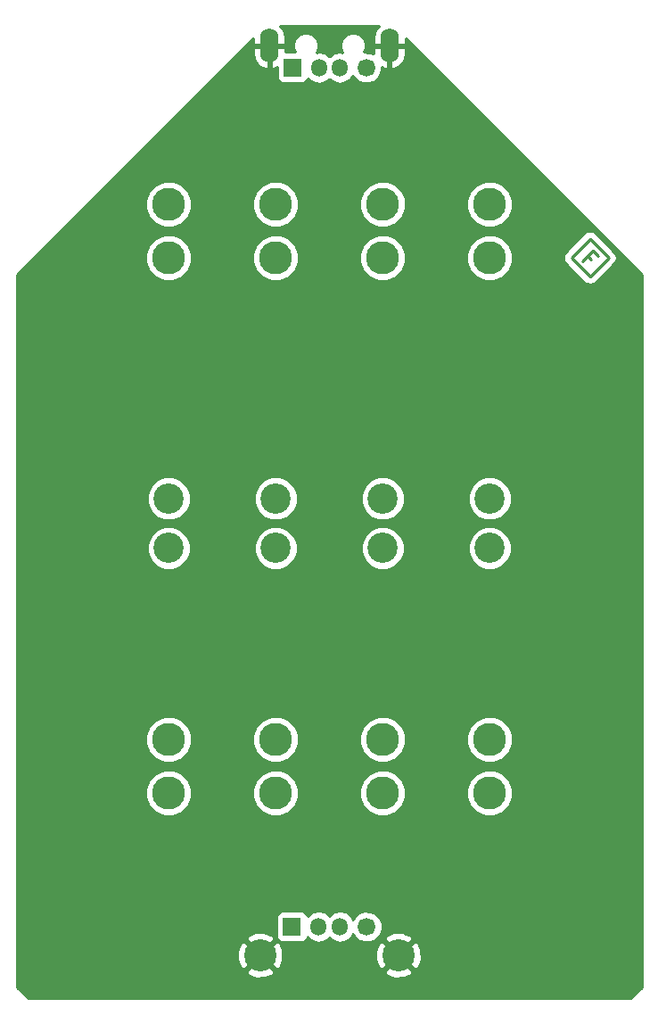
<source format=gtl>
%FSLAX34Y34*%
G04 Gerber Fmt 3.4, Leading zero omitted, Abs format*
G04 (created by PCBNEW (2014-04-11 BZR 4798)-product) date 21/04/2014 04:41:56*
%MOIN*%
G01*
G70*
G90*
G04 APERTURE LIST*
%ADD10C,0.005906*%
%ADD11C,0.010000*%
%ADD12R,0.066200X0.066200*%
%ADD13O,0.059100X0.066200*%
%ADD14C,0.066200*%
%ADD15O,0.069400X0.128400*%
%ADD16C,0.113000*%
%ADD17C,0.123000*%
%ADD18C,0.120600*%
G04 APERTURE END LIST*
G54D10*
G54D11*
X21805Y27934D02*
X21664Y28075D01*
X21441Y27853D02*
X21866Y28277D01*
X22068Y28075D01*
X21750Y28707D02*
X22457Y28000D01*
X22457Y28000D02*
X21750Y27292D01*
X21750Y27292D02*
X21042Y28000D01*
X21042Y28000D02*
X21750Y28707D01*
G54D12*
X10622Y35100D03*
G54D13*
X11606Y35100D03*
X12394Y35100D03*
G54D14*
X13378Y35100D03*
G54D15*
X9756Y35927D03*
X14244Y35927D03*
G54D16*
X6000Y19000D03*
X6000Y17150D03*
X18000Y19000D03*
X18000Y17150D03*
X14000Y19000D03*
X14000Y17150D03*
X10000Y19000D03*
X10000Y17150D03*
G54D17*
X14000Y8000D03*
X14000Y10000D03*
X6000Y28000D03*
X6000Y30000D03*
X18000Y8000D03*
X18000Y10000D03*
X10000Y8000D03*
X10000Y10000D03*
X18000Y28000D03*
X18000Y30000D03*
X14000Y28000D03*
X14000Y30000D03*
X10000Y28000D03*
X10000Y30000D03*
X6000Y8000D03*
X6000Y10000D03*
G54D14*
X13400Y3000D03*
G54D13*
X12400Y3000D03*
X11600Y3000D03*
G54D12*
X10600Y3000D03*
G54D18*
X14587Y1933D03*
X9413Y1933D03*
G54D10*
G36*
X23675Y745D02*
X23254Y325D01*
X22757Y325D01*
X22757Y28000D01*
X22734Y28114D01*
X22734Y28114D01*
X22669Y28212D01*
X22669Y28212D01*
X22669Y28212D01*
X21962Y28919D01*
X21962Y28919D01*
X21864Y28984D01*
X21750Y29007D01*
X21635Y28984D01*
X21537Y28919D01*
X20830Y28212D01*
X20765Y28114D01*
X20742Y28000D01*
X20765Y27885D01*
X20830Y27787D01*
X21537Y27080D01*
X21635Y27015D01*
X21750Y26992D01*
X21750Y26992D01*
X21864Y27015D01*
X21864Y27015D01*
X21962Y27080D01*
X21962Y27080D01*
X22669Y27787D01*
X22669Y27787D01*
X22669Y27787D01*
X22734Y27885D01*
X22734Y27885D01*
X22757Y28000D01*
X22757Y325D01*
X18865Y325D01*
X18865Y8171D01*
X18865Y10171D01*
X18865Y28171D01*
X18865Y30171D01*
X18733Y30489D01*
X18490Y30732D01*
X18172Y30864D01*
X17828Y30865D01*
X17510Y30733D01*
X17267Y30490D01*
X17135Y30172D01*
X17134Y29828D01*
X17266Y29510D01*
X17509Y29267D01*
X17827Y29135D01*
X18171Y29134D01*
X18489Y29266D01*
X18732Y29509D01*
X18864Y29827D01*
X18865Y30171D01*
X18865Y28171D01*
X18733Y28489D01*
X18490Y28732D01*
X18172Y28864D01*
X17828Y28865D01*
X17510Y28733D01*
X17267Y28490D01*
X17135Y28172D01*
X17134Y27828D01*
X17266Y27510D01*
X17509Y27267D01*
X17827Y27135D01*
X18171Y27134D01*
X18489Y27266D01*
X18732Y27509D01*
X18864Y27827D01*
X18865Y28171D01*
X18865Y10171D01*
X18815Y10292D01*
X18815Y17311D01*
X18815Y19161D01*
X18691Y19461D01*
X18462Y19690D01*
X18162Y19814D01*
X17838Y19815D01*
X17538Y19691D01*
X17309Y19462D01*
X17185Y19162D01*
X17184Y18838D01*
X17308Y18538D01*
X17537Y18309D01*
X17837Y18185D01*
X18161Y18184D01*
X18461Y18308D01*
X18690Y18537D01*
X18814Y18837D01*
X18815Y19161D01*
X18815Y17311D01*
X18691Y17611D01*
X18462Y17840D01*
X18162Y17964D01*
X17838Y17965D01*
X17538Y17841D01*
X17309Y17612D01*
X17185Y17312D01*
X17184Y16988D01*
X17308Y16688D01*
X17537Y16459D01*
X17837Y16335D01*
X18161Y16334D01*
X18461Y16458D01*
X18690Y16687D01*
X18814Y16987D01*
X18815Y17311D01*
X18815Y10292D01*
X18733Y10489D01*
X18490Y10732D01*
X18172Y10864D01*
X17828Y10865D01*
X17510Y10733D01*
X17267Y10490D01*
X17135Y10172D01*
X17134Y9828D01*
X17266Y9510D01*
X17509Y9267D01*
X17827Y9135D01*
X18171Y9134D01*
X18489Y9266D01*
X18732Y9509D01*
X18864Y9827D01*
X18865Y10171D01*
X18865Y8171D01*
X18733Y8489D01*
X18490Y8732D01*
X18172Y8864D01*
X17828Y8865D01*
X17510Y8733D01*
X17267Y8490D01*
X17135Y8172D01*
X17134Y7828D01*
X17266Y7510D01*
X17509Y7267D01*
X17827Y7135D01*
X18171Y7134D01*
X18489Y7266D01*
X18732Y7509D01*
X18864Y7827D01*
X18865Y8171D01*
X18865Y325D01*
X15442Y325D01*
X15442Y1778D01*
X15436Y2118D01*
X15318Y2402D01*
X15192Y2467D01*
X15121Y2396D01*
X15121Y2538D01*
X15056Y2664D01*
X14865Y2740D01*
X14865Y8171D01*
X14865Y10171D01*
X14865Y28171D01*
X14865Y30171D01*
X14841Y30229D01*
X14841Y35582D01*
X14841Y35877D01*
X14294Y35877D01*
X14294Y35099D01*
X14386Y35052D01*
X14426Y35061D01*
X14630Y35174D01*
X14776Y35357D01*
X14841Y35582D01*
X14841Y30229D01*
X14733Y30489D01*
X14490Y30732D01*
X14194Y30856D01*
X14194Y35099D01*
X14194Y35877D01*
X13647Y35877D01*
X13647Y35617D01*
X13494Y35680D01*
X13289Y35681D01*
X13352Y35833D01*
X13352Y36019D01*
X13281Y36190D01*
X13150Y36322D01*
X12979Y36393D01*
X12793Y36393D01*
X12622Y36322D01*
X12490Y36191D01*
X12419Y36020D01*
X12419Y35834D01*
X12485Y35674D01*
X12394Y35692D01*
X12185Y35650D01*
X12008Y35532D01*
X12000Y35520D01*
X11991Y35532D01*
X11814Y35650D01*
X11606Y35692D01*
X11514Y35674D01*
X11580Y35833D01*
X11580Y36019D01*
X11509Y36190D01*
X11378Y36322D01*
X11207Y36393D01*
X11021Y36393D01*
X10850Y36322D01*
X10718Y36191D01*
X10647Y36020D01*
X10647Y35834D01*
X10710Y35681D01*
X10353Y35681D01*
X10353Y35877D01*
X9806Y35877D01*
X9806Y35099D01*
X9898Y35052D01*
X9938Y35061D01*
X10041Y35118D01*
X10041Y34719D01*
X10079Y34627D01*
X10149Y34557D01*
X10241Y34519D01*
X10340Y34519D01*
X11002Y34519D01*
X11094Y34557D01*
X11164Y34627D01*
X11196Y34703D01*
X11220Y34667D01*
X11397Y34549D01*
X11606Y34507D01*
X11814Y34549D01*
X11991Y34667D01*
X12000Y34679D01*
X12008Y34667D01*
X12185Y34549D01*
X12394Y34507D01*
X12602Y34549D01*
X12779Y34667D01*
X12871Y34804D01*
X12885Y34771D01*
X13048Y34607D01*
X13261Y34519D01*
X13493Y34518D01*
X13706Y34607D01*
X13870Y34770D01*
X13958Y34983D01*
X13959Y35118D01*
X14061Y35061D01*
X14101Y35052D01*
X14194Y35099D01*
X14194Y30856D01*
X14172Y30864D01*
X13828Y30865D01*
X13510Y30733D01*
X13267Y30490D01*
X13135Y30172D01*
X13134Y29828D01*
X13266Y29510D01*
X13509Y29267D01*
X13827Y29135D01*
X14171Y29134D01*
X14489Y29266D01*
X14732Y29509D01*
X14864Y29827D01*
X14865Y30171D01*
X14865Y28171D01*
X14733Y28489D01*
X14490Y28732D01*
X14172Y28864D01*
X13828Y28865D01*
X13510Y28733D01*
X13267Y28490D01*
X13135Y28172D01*
X13134Y27828D01*
X13266Y27510D01*
X13509Y27267D01*
X13827Y27135D01*
X14171Y27134D01*
X14489Y27266D01*
X14732Y27509D01*
X14864Y27827D01*
X14865Y28171D01*
X14865Y10171D01*
X14815Y10292D01*
X14815Y17311D01*
X14815Y19161D01*
X14691Y19461D01*
X14462Y19690D01*
X14162Y19814D01*
X13838Y19815D01*
X13538Y19691D01*
X13309Y19462D01*
X13185Y19162D01*
X13184Y18838D01*
X13308Y18538D01*
X13537Y18309D01*
X13837Y18185D01*
X14161Y18184D01*
X14461Y18308D01*
X14690Y18537D01*
X14814Y18837D01*
X14815Y19161D01*
X14815Y17311D01*
X14691Y17611D01*
X14462Y17840D01*
X14162Y17964D01*
X13838Y17965D01*
X13538Y17841D01*
X13309Y17612D01*
X13185Y17312D01*
X13184Y16988D01*
X13308Y16688D01*
X13537Y16459D01*
X13837Y16335D01*
X14161Y16334D01*
X14461Y16458D01*
X14690Y16687D01*
X14814Y16987D01*
X14815Y17311D01*
X14815Y10292D01*
X14733Y10489D01*
X14490Y10732D01*
X14172Y10864D01*
X13828Y10865D01*
X13510Y10733D01*
X13267Y10490D01*
X13135Y10172D01*
X13134Y9828D01*
X13266Y9510D01*
X13509Y9267D01*
X13827Y9135D01*
X14171Y9134D01*
X14489Y9266D01*
X14732Y9509D01*
X14864Y9827D01*
X14865Y10171D01*
X14865Y8171D01*
X14733Y8489D01*
X14490Y8732D01*
X14172Y8864D01*
X13828Y8865D01*
X13510Y8733D01*
X13267Y8490D01*
X13135Y8172D01*
X13134Y7828D01*
X13266Y7510D01*
X13509Y7267D01*
X13827Y7135D01*
X14171Y7134D01*
X14489Y7266D01*
X14732Y7509D01*
X14864Y7827D01*
X14865Y8171D01*
X14865Y2740D01*
X14741Y2788D01*
X14401Y2782D01*
X14117Y2664D01*
X14052Y2538D01*
X14587Y2003D01*
X15121Y2538D01*
X15121Y2396D01*
X14657Y1933D01*
X15192Y1398D01*
X15318Y1463D01*
X15442Y1778D01*
X15442Y325D01*
X15121Y325D01*
X15121Y1327D01*
X14587Y1862D01*
X14516Y1791D01*
X14516Y1933D01*
X13981Y2467D01*
X13981Y2466D01*
X13981Y3115D01*
X13892Y3328D01*
X13729Y3492D01*
X13516Y3580D01*
X13284Y3581D01*
X13071Y3492D01*
X12907Y3329D01*
X12887Y3280D01*
X12785Y3432D01*
X12608Y3550D01*
X12400Y3592D01*
X12191Y3550D01*
X12014Y3432D01*
X12000Y3411D01*
X11985Y3432D01*
X11808Y3550D01*
X11600Y3592D01*
X11391Y3550D01*
X11214Y3432D01*
X11180Y3382D01*
X11142Y3472D01*
X11072Y3542D01*
X10980Y3581D01*
X10881Y3581D01*
X10865Y3581D01*
X10865Y8171D01*
X10865Y10171D01*
X10865Y28171D01*
X10865Y30171D01*
X10733Y30489D01*
X10490Y30732D01*
X10172Y30864D01*
X9828Y30865D01*
X9706Y30814D01*
X9706Y35099D01*
X9706Y35877D01*
X9159Y35877D01*
X9159Y35582D01*
X9223Y35357D01*
X9369Y35174D01*
X9573Y35061D01*
X9613Y35052D01*
X9706Y35099D01*
X9706Y30814D01*
X9510Y30733D01*
X9267Y30490D01*
X9135Y30172D01*
X9134Y29828D01*
X9266Y29510D01*
X9509Y29267D01*
X9827Y29135D01*
X10171Y29134D01*
X10489Y29266D01*
X10732Y29509D01*
X10864Y29827D01*
X10865Y30171D01*
X10865Y28171D01*
X10733Y28489D01*
X10490Y28732D01*
X10172Y28864D01*
X9828Y28865D01*
X9510Y28733D01*
X9267Y28490D01*
X9135Y28172D01*
X9134Y27828D01*
X9266Y27510D01*
X9509Y27267D01*
X9827Y27135D01*
X10171Y27134D01*
X10489Y27266D01*
X10732Y27509D01*
X10864Y27827D01*
X10865Y28171D01*
X10865Y10171D01*
X10815Y10292D01*
X10815Y17311D01*
X10815Y19161D01*
X10691Y19461D01*
X10462Y19690D01*
X10162Y19814D01*
X9838Y19815D01*
X9538Y19691D01*
X9309Y19462D01*
X9185Y19162D01*
X9184Y18838D01*
X9308Y18538D01*
X9537Y18309D01*
X9837Y18185D01*
X10161Y18184D01*
X10461Y18308D01*
X10690Y18537D01*
X10814Y18837D01*
X10815Y19161D01*
X10815Y17311D01*
X10691Y17611D01*
X10462Y17840D01*
X10162Y17964D01*
X9838Y17965D01*
X9538Y17841D01*
X9309Y17612D01*
X9185Y17312D01*
X9184Y16988D01*
X9308Y16688D01*
X9537Y16459D01*
X9837Y16335D01*
X10161Y16334D01*
X10461Y16458D01*
X10690Y16687D01*
X10814Y16987D01*
X10815Y17311D01*
X10815Y10292D01*
X10733Y10489D01*
X10490Y10732D01*
X10172Y10864D01*
X9828Y10865D01*
X9510Y10733D01*
X9267Y10490D01*
X9135Y10172D01*
X9134Y9828D01*
X9266Y9510D01*
X9509Y9267D01*
X9827Y9135D01*
X10171Y9134D01*
X10489Y9266D01*
X10732Y9509D01*
X10864Y9827D01*
X10865Y10171D01*
X10865Y8171D01*
X10733Y8489D01*
X10490Y8732D01*
X10172Y8864D01*
X9828Y8865D01*
X9510Y8733D01*
X9267Y8490D01*
X9135Y8172D01*
X9134Y7828D01*
X9266Y7510D01*
X9509Y7267D01*
X9827Y7135D01*
X10171Y7134D01*
X10489Y7266D01*
X10732Y7509D01*
X10864Y7827D01*
X10865Y8171D01*
X10865Y3581D01*
X10219Y3581D01*
X10127Y3542D01*
X10057Y3472D01*
X10019Y3380D01*
X10019Y3281D01*
X10019Y2619D01*
X10057Y2527D01*
X10127Y2457D01*
X10219Y2419D01*
X10318Y2419D01*
X10980Y2419D01*
X11072Y2457D01*
X11142Y2527D01*
X11180Y2617D01*
X11214Y2567D01*
X11391Y2449D01*
X11600Y2407D01*
X11808Y2449D01*
X11985Y2567D01*
X12000Y2588D01*
X12014Y2567D01*
X12191Y2449D01*
X12400Y2407D01*
X12608Y2449D01*
X12785Y2567D01*
X12887Y2719D01*
X12907Y2671D01*
X13070Y2507D01*
X13283Y2419D01*
X13515Y2418D01*
X13728Y2507D01*
X13892Y2670D01*
X13980Y2883D01*
X13981Y3115D01*
X13981Y2466D01*
X13855Y2402D01*
X13731Y2087D01*
X13737Y1747D01*
X13855Y1463D01*
X13981Y1398D01*
X14516Y1933D01*
X14516Y1791D01*
X14052Y1327D01*
X14117Y1201D01*
X14432Y1077D01*
X14772Y1083D01*
X15056Y1201D01*
X15121Y1327D01*
X15121Y325D01*
X10268Y325D01*
X10268Y1778D01*
X10262Y2118D01*
X10144Y2402D01*
X10018Y2467D01*
X9947Y2396D01*
X9947Y2538D01*
X9882Y2664D01*
X9567Y2788D01*
X9227Y2782D01*
X8943Y2664D01*
X8878Y2538D01*
X9413Y2003D01*
X9947Y2538D01*
X9947Y2396D01*
X9483Y1933D01*
X10018Y1398D01*
X10144Y1463D01*
X10268Y1778D01*
X10268Y325D01*
X9947Y325D01*
X9947Y1327D01*
X9413Y1862D01*
X9342Y1791D01*
X9342Y1933D01*
X8807Y2467D01*
X8681Y2402D01*
X8557Y2087D01*
X8563Y1747D01*
X8681Y1463D01*
X8807Y1398D01*
X9342Y1933D01*
X9342Y1791D01*
X8878Y1327D01*
X8943Y1201D01*
X9258Y1077D01*
X9598Y1083D01*
X9882Y1201D01*
X9947Y1327D01*
X9947Y325D01*
X6865Y325D01*
X6865Y8171D01*
X6865Y10171D01*
X6865Y28171D01*
X6865Y30171D01*
X6733Y30489D01*
X6490Y30732D01*
X6172Y30864D01*
X5828Y30865D01*
X5510Y30733D01*
X5267Y30490D01*
X5135Y30172D01*
X5134Y29828D01*
X5266Y29510D01*
X5509Y29267D01*
X5827Y29135D01*
X6171Y29134D01*
X6489Y29266D01*
X6732Y29509D01*
X6864Y29827D01*
X6865Y30171D01*
X6865Y28171D01*
X6733Y28489D01*
X6490Y28732D01*
X6172Y28864D01*
X5828Y28865D01*
X5510Y28733D01*
X5267Y28490D01*
X5135Y28172D01*
X5134Y27828D01*
X5266Y27510D01*
X5509Y27267D01*
X5827Y27135D01*
X6171Y27134D01*
X6489Y27266D01*
X6732Y27509D01*
X6864Y27827D01*
X6865Y28171D01*
X6865Y10171D01*
X6815Y10292D01*
X6815Y17311D01*
X6815Y19161D01*
X6691Y19461D01*
X6462Y19690D01*
X6162Y19814D01*
X5838Y19815D01*
X5538Y19691D01*
X5309Y19462D01*
X5185Y19162D01*
X5184Y18838D01*
X5308Y18538D01*
X5537Y18309D01*
X5837Y18185D01*
X6161Y18184D01*
X6461Y18308D01*
X6690Y18537D01*
X6814Y18837D01*
X6815Y19161D01*
X6815Y17311D01*
X6691Y17611D01*
X6462Y17840D01*
X6162Y17964D01*
X5838Y17965D01*
X5538Y17841D01*
X5309Y17612D01*
X5185Y17312D01*
X5184Y16988D01*
X5308Y16688D01*
X5537Y16459D01*
X5837Y16335D01*
X6161Y16334D01*
X6461Y16458D01*
X6690Y16687D01*
X6814Y16987D01*
X6815Y17311D01*
X6815Y10292D01*
X6733Y10489D01*
X6490Y10732D01*
X6172Y10864D01*
X5828Y10865D01*
X5510Y10733D01*
X5267Y10490D01*
X5135Y10172D01*
X5134Y9828D01*
X5266Y9510D01*
X5509Y9267D01*
X5827Y9135D01*
X6171Y9134D01*
X6489Y9266D01*
X6732Y9509D01*
X6864Y9827D01*
X6865Y10171D01*
X6865Y8171D01*
X6733Y8489D01*
X6490Y8732D01*
X6172Y8864D01*
X5828Y8865D01*
X5510Y8733D01*
X5267Y8490D01*
X5135Y8172D01*
X5134Y7828D01*
X5266Y7510D01*
X5509Y7267D01*
X5827Y7135D01*
X6171Y7134D01*
X6489Y7266D01*
X6732Y7509D01*
X6864Y7827D01*
X6865Y8171D01*
X6865Y325D01*
X745Y325D01*
X325Y745D01*
X325Y27365D01*
X9159Y36199D01*
X9159Y35977D01*
X9706Y35977D01*
X9706Y35984D01*
X9806Y35984D01*
X9806Y35977D01*
X10353Y35977D01*
X10353Y36272D01*
X10288Y36496D01*
X10146Y36675D01*
X13853Y36675D01*
X13711Y36496D01*
X13647Y36272D01*
X13647Y35977D01*
X14194Y35977D01*
X14194Y35984D01*
X14294Y35984D01*
X14294Y35977D01*
X14841Y35977D01*
X14841Y36199D01*
X23675Y27365D01*
X23675Y745D01*
X23675Y745D01*
G37*
G54D11*
X23675Y745D02*
X23254Y325D01*
X22757Y325D01*
X22757Y28000D01*
X22734Y28114D01*
X22734Y28114D01*
X22669Y28212D01*
X22669Y28212D01*
X22669Y28212D01*
X21962Y28919D01*
X21962Y28919D01*
X21864Y28984D01*
X21750Y29007D01*
X21635Y28984D01*
X21537Y28919D01*
X20830Y28212D01*
X20765Y28114D01*
X20742Y28000D01*
X20765Y27885D01*
X20830Y27787D01*
X21537Y27080D01*
X21635Y27015D01*
X21750Y26992D01*
X21750Y26992D01*
X21864Y27015D01*
X21864Y27015D01*
X21962Y27080D01*
X21962Y27080D01*
X22669Y27787D01*
X22669Y27787D01*
X22669Y27787D01*
X22734Y27885D01*
X22734Y27885D01*
X22757Y28000D01*
X22757Y325D01*
X18865Y325D01*
X18865Y8171D01*
X18865Y10171D01*
X18865Y28171D01*
X18865Y30171D01*
X18733Y30489D01*
X18490Y30732D01*
X18172Y30864D01*
X17828Y30865D01*
X17510Y30733D01*
X17267Y30490D01*
X17135Y30172D01*
X17134Y29828D01*
X17266Y29510D01*
X17509Y29267D01*
X17827Y29135D01*
X18171Y29134D01*
X18489Y29266D01*
X18732Y29509D01*
X18864Y29827D01*
X18865Y30171D01*
X18865Y28171D01*
X18733Y28489D01*
X18490Y28732D01*
X18172Y28864D01*
X17828Y28865D01*
X17510Y28733D01*
X17267Y28490D01*
X17135Y28172D01*
X17134Y27828D01*
X17266Y27510D01*
X17509Y27267D01*
X17827Y27135D01*
X18171Y27134D01*
X18489Y27266D01*
X18732Y27509D01*
X18864Y27827D01*
X18865Y28171D01*
X18865Y10171D01*
X18815Y10292D01*
X18815Y17311D01*
X18815Y19161D01*
X18691Y19461D01*
X18462Y19690D01*
X18162Y19814D01*
X17838Y19815D01*
X17538Y19691D01*
X17309Y19462D01*
X17185Y19162D01*
X17184Y18838D01*
X17308Y18538D01*
X17537Y18309D01*
X17837Y18185D01*
X18161Y18184D01*
X18461Y18308D01*
X18690Y18537D01*
X18814Y18837D01*
X18815Y19161D01*
X18815Y17311D01*
X18691Y17611D01*
X18462Y17840D01*
X18162Y17964D01*
X17838Y17965D01*
X17538Y17841D01*
X17309Y17612D01*
X17185Y17312D01*
X17184Y16988D01*
X17308Y16688D01*
X17537Y16459D01*
X17837Y16335D01*
X18161Y16334D01*
X18461Y16458D01*
X18690Y16687D01*
X18814Y16987D01*
X18815Y17311D01*
X18815Y10292D01*
X18733Y10489D01*
X18490Y10732D01*
X18172Y10864D01*
X17828Y10865D01*
X17510Y10733D01*
X17267Y10490D01*
X17135Y10172D01*
X17134Y9828D01*
X17266Y9510D01*
X17509Y9267D01*
X17827Y9135D01*
X18171Y9134D01*
X18489Y9266D01*
X18732Y9509D01*
X18864Y9827D01*
X18865Y10171D01*
X18865Y8171D01*
X18733Y8489D01*
X18490Y8732D01*
X18172Y8864D01*
X17828Y8865D01*
X17510Y8733D01*
X17267Y8490D01*
X17135Y8172D01*
X17134Y7828D01*
X17266Y7510D01*
X17509Y7267D01*
X17827Y7135D01*
X18171Y7134D01*
X18489Y7266D01*
X18732Y7509D01*
X18864Y7827D01*
X18865Y8171D01*
X18865Y325D01*
X15442Y325D01*
X15442Y1778D01*
X15436Y2118D01*
X15318Y2402D01*
X15192Y2467D01*
X15121Y2396D01*
X15121Y2538D01*
X15056Y2664D01*
X14865Y2740D01*
X14865Y8171D01*
X14865Y10171D01*
X14865Y28171D01*
X14865Y30171D01*
X14841Y30229D01*
X14841Y35582D01*
X14841Y35877D01*
X14294Y35877D01*
X14294Y35099D01*
X14386Y35052D01*
X14426Y35061D01*
X14630Y35174D01*
X14776Y35357D01*
X14841Y35582D01*
X14841Y30229D01*
X14733Y30489D01*
X14490Y30732D01*
X14194Y30856D01*
X14194Y35099D01*
X14194Y35877D01*
X13647Y35877D01*
X13647Y35617D01*
X13494Y35680D01*
X13289Y35681D01*
X13352Y35833D01*
X13352Y36019D01*
X13281Y36190D01*
X13150Y36322D01*
X12979Y36393D01*
X12793Y36393D01*
X12622Y36322D01*
X12490Y36191D01*
X12419Y36020D01*
X12419Y35834D01*
X12485Y35674D01*
X12394Y35692D01*
X12185Y35650D01*
X12008Y35532D01*
X12000Y35520D01*
X11991Y35532D01*
X11814Y35650D01*
X11606Y35692D01*
X11514Y35674D01*
X11580Y35833D01*
X11580Y36019D01*
X11509Y36190D01*
X11378Y36322D01*
X11207Y36393D01*
X11021Y36393D01*
X10850Y36322D01*
X10718Y36191D01*
X10647Y36020D01*
X10647Y35834D01*
X10710Y35681D01*
X10353Y35681D01*
X10353Y35877D01*
X9806Y35877D01*
X9806Y35099D01*
X9898Y35052D01*
X9938Y35061D01*
X10041Y35118D01*
X10041Y34719D01*
X10079Y34627D01*
X10149Y34557D01*
X10241Y34519D01*
X10340Y34519D01*
X11002Y34519D01*
X11094Y34557D01*
X11164Y34627D01*
X11196Y34703D01*
X11220Y34667D01*
X11397Y34549D01*
X11606Y34507D01*
X11814Y34549D01*
X11991Y34667D01*
X12000Y34679D01*
X12008Y34667D01*
X12185Y34549D01*
X12394Y34507D01*
X12602Y34549D01*
X12779Y34667D01*
X12871Y34804D01*
X12885Y34771D01*
X13048Y34607D01*
X13261Y34519D01*
X13493Y34518D01*
X13706Y34607D01*
X13870Y34770D01*
X13958Y34983D01*
X13959Y35118D01*
X14061Y35061D01*
X14101Y35052D01*
X14194Y35099D01*
X14194Y30856D01*
X14172Y30864D01*
X13828Y30865D01*
X13510Y30733D01*
X13267Y30490D01*
X13135Y30172D01*
X13134Y29828D01*
X13266Y29510D01*
X13509Y29267D01*
X13827Y29135D01*
X14171Y29134D01*
X14489Y29266D01*
X14732Y29509D01*
X14864Y29827D01*
X14865Y30171D01*
X14865Y28171D01*
X14733Y28489D01*
X14490Y28732D01*
X14172Y28864D01*
X13828Y28865D01*
X13510Y28733D01*
X13267Y28490D01*
X13135Y28172D01*
X13134Y27828D01*
X13266Y27510D01*
X13509Y27267D01*
X13827Y27135D01*
X14171Y27134D01*
X14489Y27266D01*
X14732Y27509D01*
X14864Y27827D01*
X14865Y28171D01*
X14865Y10171D01*
X14815Y10292D01*
X14815Y17311D01*
X14815Y19161D01*
X14691Y19461D01*
X14462Y19690D01*
X14162Y19814D01*
X13838Y19815D01*
X13538Y19691D01*
X13309Y19462D01*
X13185Y19162D01*
X13184Y18838D01*
X13308Y18538D01*
X13537Y18309D01*
X13837Y18185D01*
X14161Y18184D01*
X14461Y18308D01*
X14690Y18537D01*
X14814Y18837D01*
X14815Y19161D01*
X14815Y17311D01*
X14691Y17611D01*
X14462Y17840D01*
X14162Y17964D01*
X13838Y17965D01*
X13538Y17841D01*
X13309Y17612D01*
X13185Y17312D01*
X13184Y16988D01*
X13308Y16688D01*
X13537Y16459D01*
X13837Y16335D01*
X14161Y16334D01*
X14461Y16458D01*
X14690Y16687D01*
X14814Y16987D01*
X14815Y17311D01*
X14815Y10292D01*
X14733Y10489D01*
X14490Y10732D01*
X14172Y10864D01*
X13828Y10865D01*
X13510Y10733D01*
X13267Y10490D01*
X13135Y10172D01*
X13134Y9828D01*
X13266Y9510D01*
X13509Y9267D01*
X13827Y9135D01*
X14171Y9134D01*
X14489Y9266D01*
X14732Y9509D01*
X14864Y9827D01*
X14865Y10171D01*
X14865Y8171D01*
X14733Y8489D01*
X14490Y8732D01*
X14172Y8864D01*
X13828Y8865D01*
X13510Y8733D01*
X13267Y8490D01*
X13135Y8172D01*
X13134Y7828D01*
X13266Y7510D01*
X13509Y7267D01*
X13827Y7135D01*
X14171Y7134D01*
X14489Y7266D01*
X14732Y7509D01*
X14864Y7827D01*
X14865Y8171D01*
X14865Y2740D01*
X14741Y2788D01*
X14401Y2782D01*
X14117Y2664D01*
X14052Y2538D01*
X14587Y2003D01*
X15121Y2538D01*
X15121Y2396D01*
X14657Y1933D01*
X15192Y1398D01*
X15318Y1463D01*
X15442Y1778D01*
X15442Y325D01*
X15121Y325D01*
X15121Y1327D01*
X14587Y1862D01*
X14516Y1791D01*
X14516Y1933D01*
X13981Y2467D01*
X13981Y2466D01*
X13981Y3115D01*
X13892Y3328D01*
X13729Y3492D01*
X13516Y3580D01*
X13284Y3581D01*
X13071Y3492D01*
X12907Y3329D01*
X12887Y3280D01*
X12785Y3432D01*
X12608Y3550D01*
X12400Y3592D01*
X12191Y3550D01*
X12014Y3432D01*
X12000Y3411D01*
X11985Y3432D01*
X11808Y3550D01*
X11600Y3592D01*
X11391Y3550D01*
X11214Y3432D01*
X11180Y3382D01*
X11142Y3472D01*
X11072Y3542D01*
X10980Y3581D01*
X10881Y3581D01*
X10865Y3581D01*
X10865Y8171D01*
X10865Y10171D01*
X10865Y28171D01*
X10865Y30171D01*
X10733Y30489D01*
X10490Y30732D01*
X10172Y30864D01*
X9828Y30865D01*
X9706Y30814D01*
X9706Y35099D01*
X9706Y35877D01*
X9159Y35877D01*
X9159Y35582D01*
X9223Y35357D01*
X9369Y35174D01*
X9573Y35061D01*
X9613Y35052D01*
X9706Y35099D01*
X9706Y30814D01*
X9510Y30733D01*
X9267Y30490D01*
X9135Y30172D01*
X9134Y29828D01*
X9266Y29510D01*
X9509Y29267D01*
X9827Y29135D01*
X10171Y29134D01*
X10489Y29266D01*
X10732Y29509D01*
X10864Y29827D01*
X10865Y30171D01*
X10865Y28171D01*
X10733Y28489D01*
X10490Y28732D01*
X10172Y28864D01*
X9828Y28865D01*
X9510Y28733D01*
X9267Y28490D01*
X9135Y28172D01*
X9134Y27828D01*
X9266Y27510D01*
X9509Y27267D01*
X9827Y27135D01*
X10171Y27134D01*
X10489Y27266D01*
X10732Y27509D01*
X10864Y27827D01*
X10865Y28171D01*
X10865Y10171D01*
X10815Y10292D01*
X10815Y17311D01*
X10815Y19161D01*
X10691Y19461D01*
X10462Y19690D01*
X10162Y19814D01*
X9838Y19815D01*
X9538Y19691D01*
X9309Y19462D01*
X9185Y19162D01*
X9184Y18838D01*
X9308Y18538D01*
X9537Y18309D01*
X9837Y18185D01*
X10161Y18184D01*
X10461Y18308D01*
X10690Y18537D01*
X10814Y18837D01*
X10815Y19161D01*
X10815Y17311D01*
X10691Y17611D01*
X10462Y17840D01*
X10162Y17964D01*
X9838Y17965D01*
X9538Y17841D01*
X9309Y17612D01*
X9185Y17312D01*
X9184Y16988D01*
X9308Y16688D01*
X9537Y16459D01*
X9837Y16335D01*
X10161Y16334D01*
X10461Y16458D01*
X10690Y16687D01*
X10814Y16987D01*
X10815Y17311D01*
X10815Y10292D01*
X10733Y10489D01*
X10490Y10732D01*
X10172Y10864D01*
X9828Y10865D01*
X9510Y10733D01*
X9267Y10490D01*
X9135Y10172D01*
X9134Y9828D01*
X9266Y9510D01*
X9509Y9267D01*
X9827Y9135D01*
X10171Y9134D01*
X10489Y9266D01*
X10732Y9509D01*
X10864Y9827D01*
X10865Y10171D01*
X10865Y8171D01*
X10733Y8489D01*
X10490Y8732D01*
X10172Y8864D01*
X9828Y8865D01*
X9510Y8733D01*
X9267Y8490D01*
X9135Y8172D01*
X9134Y7828D01*
X9266Y7510D01*
X9509Y7267D01*
X9827Y7135D01*
X10171Y7134D01*
X10489Y7266D01*
X10732Y7509D01*
X10864Y7827D01*
X10865Y8171D01*
X10865Y3581D01*
X10219Y3581D01*
X10127Y3542D01*
X10057Y3472D01*
X10019Y3380D01*
X10019Y3281D01*
X10019Y2619D01*
X10057Y2527D01*
X10127Y2457D01*
X10219Y2419D01*
X10318Y2419D01*
X10980Y2419D01*
X11072Y2457D01*
X11142Y2527D01*
X11180Y2617D01*
X11214Y2567D01*
X11391Y2449D01*
X11600Y2407D01*
X11808Y2449D01*
X11985Y2567D01*
X12000Y2588D01*
X12014Y2567D01*
X12191Y2449D01*
X12400Y2407D01*
X12608Y2449D01*
X12785Y2567D01*
X12887Y2719D01*
X12907Y2671D01*
X13070Y2507D01*
X13283Y2419D01*
X13515Y2418D01*
X13728Y2507D01*
X13892Y2670D01*
X13980Y2883D01*
X13981Y3115D01*
X13981Y2466D01*
X13855Y2402D01*
X13731Y2087D01*
X13737Y1747D01*
X13855Y1463D01*
X13981Y1398D01*
X14516Y1933D01*
X14516Y1791D01*
X14052Y1327D01*
X14117Y1201D01*
X14432Y1077D01*
X14772Y1083D01*
X15056Y1201D01*
X15121Y1327D01*
X15121Y325D01*
X10268Y325D01*
X10268Y1778D01*
X10262Y2118D01*
X10144Y2402D01*
X10018Y2467D01*
X9947Y2396D01*
X9947Y2538D01*
X9882Y2664D01*
X9567Y2788D01*
X9227Y2782D01*
X8943Y2664D01*
X8878Y2538D01*
X9413Y2003D01*
X9947Y2538D01*
X9947Y2396D01*
X9483Y1933D01*
X10018Y1398D01*
X10144Y1463D01*
X10268Y1778D01*
X10268Y325D01*
X9947Y325D01*
X9947Y1327D01*
X9413Y1862D01*
X9342Y1791D01*
X9342Y1933D01*
X8807Y2467D01*
X8681Y2402D01*
X8557Y2087D01*
X8563Y1747D01*
X8681Y1463D01*
X8807Y1398D01*
X9342Y1933D01*
X9342Y1791D01*
X8878Y1327D01*
X8943Y1201D01*
X9258Y1077D01*
X9598Y1083D01*
X9882Y1201D01*
X9947Y1327D01*
X9947Y325D01*
X6865Y325D01*
X6865Y8171D01*
X6865Y10171D01*
X6865Y28171D01*
X6865Y30171D01*
X6733Y30489D01*
X6490Y30732D01*
X6172Y30864D01*
X5828Y30865D01*
X5510Y30733D01*
X5267Y30490D01*
X5135Y30172D01*
X5134Y29828D01*
X5266Y29510D01*
X5509Y29267D01*
X5827Y29135D01*
X6171Y29134D01*
X6489Y29266D01*
X6732Y29509D01*
X6864Y29827D01*
X6865Y30171D01*
X6865Y28171D01*
X6733Y28489D01*
X6490Y28732D01*
X6172Y28864D01*
X5828Y28865D01*
X5510Y28733D01*
X5267Y28490D01*
X5135Y28172D01*
X5134Y27828D01*
X5266Y27510D01*
X5509Y27267D01*
X5827Y27135D01*
X6171Y27134D01*
X6489Y27266D01*
X6732Y27509D01*
X6864Y27827D01*
X6865Y28171D01*
X6865Y10171D01*
X6815Y10292D01*
X6815Y17311D01*
X6815Y19161D01*
X6691Y19461D01*
X6462Y19690D01*
X6162Y19814D01*
X5838Y19815D01*
X5538Y19691D01*
X5309Y19462D01*
X5185Y19162D01*
X5184Y18838D01*
X5308Y18538D01*
X5537Y18309D01*
X5837Y18185D01*
X6161Y18184D01*
X6461Y18308D01*
X6690Y18537D01*
X6814Y18837D01*
X6815Y19161D01*
X6815Y17311D01*
X6691Y17611D01*
X6462Y17840D01*
X6162Y17964D01*
X5838Y17965D01*
X5538Y17841D01*
X5309Y17612D01*
X5185Y17312D01*
X5184Y16988D01*
X5308Y16688D01*
X5537Y16459D01*
X5837Y16335D01*
X6161Y16334D01*
X6461Y16458D01*
X6690Y16687D01*
X6814Y16987D01*
X6815Y17311D01*
X6815Y10292D01*
X6733Y10489D01*
X6490Y10732D01*
X6172Y10864D01*
X5828Y10865D01*
X5510Y10733D01*
X5267Y10490D01*
X5135Y10172D01*
X5134Y9828D01*
X5266Y9510D01*
X5509Y9267D01*
X5827Y9135D01*
X6171Y9134D01*
X6489Y9266D01*
X6732Y9509D01*
X6864Y9827D01*
X6865Y10171D01*
X6865Y8171D01*
X6733Y8489D01*
X6490Y8732D01*
X6172Y8864D01*
X5828Y8865D01*
X5510Y8733D01*
X5267Y8490D01*
X5135Y8172D01*
X5134Y7828D01*
X5266Y7510D01*
X5509Y7267D01*
X5827Y7135D01*
X6171Y7134D01*
X6489Y7266D01*
X6732Y7509D01*
X6864Y7827D01*
X6865Y8171D01*
X6865Y325D01*
X745Y325D01*
X325Y745D01*
X325Y27365D01*
X9159Y36199D01*
X9159Y35977D01*
X9706Y35977D01*
X9706Y35984D01*
X9806Y35984D01*
X9806Y35977D01*
X10353Y35977D01*
X10353Y36272D01*
X10288Y36496D01*
X10146Y36675D01*
X13853Y36675D01*
X13711Y36496D01*
X13647Y36272D01*
X13647Y35977D01*
X14194Y35977D01*
X14194Y35984D01*
X14294Y35984D01*
X14294Y35977D01*
X14841Y35977D01*
X14841Y36199D01*
X23675Y27365D01*
X23675Y745D01*
M02*

</source>
